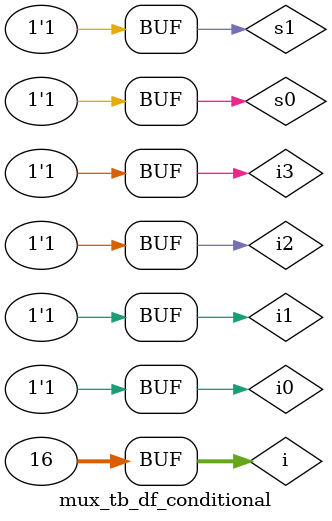
<source format=v>
module mux41_conditional_df(i0,i1,i2,i3,s1,s0,out);
    input i0,i1,i2,i3,s1,s0;
    output out;
    assign out = s1?(s0?i3:i2):(s0?i1:i0);
endmodule

module mux_tb_df_conditional;
    reg i0,i1,i2,i3,s1,s0;
    wire out;
    integer i;
    mux41_conditional_df tb(i0,i1,i2,i3,s1,s0,out);
    initial begin
        for (i=0; i<=15; i=i+1) 
            begin
                {i0,i1,i2,i3} = i;
                {s1, s0} = 2'b00; #1;
                {s1, s0} = 2'b01; #1;
                {s1, s0} = 2'b10; #1;
                {s1, s0} = 2'b11; #1;
            end
    end
endmodule
</source>
